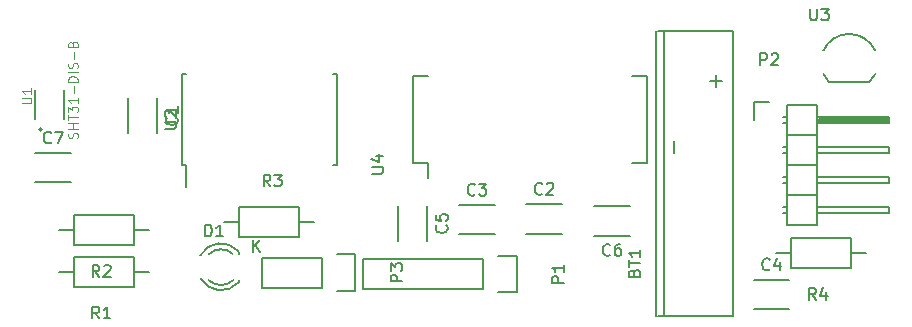
<source format=gbr>
G04 #@! TF.FileFunction,Legend,Top*
%FSLAX46Y46*%
G04 Gerber Fmt 4.6, Leading zero omitted, Abs format (unit mm)*
G04 Created by KiCad (PCBNEW 4.0.2+dfsg1-stable) date Thu 01 Dec 2016 16:17:54 GMT*
%MOMM*%
G01*
G04 APERTURE LIST*
%ADD10C,0.100000*%
%ADD11C,0.150000*%
%ADD12C,0.127000*%
%ADD13C,0.200000*%
%ADD14C,0.050000*%
G04 APERTURE END LIST*
D10*
D11*
X143744000Y-71835200D02*
X143744000Y-74835200D01*
X141244000Y-74835200D02*
X141244000Y-71835200D01*
X174984600Y-80817400D02*
X177984600Y-80817400D01*
X177984600Y-83317400D02*
X174984600Y-83317400D01*
X169295000Y-80893600D02*
X172295000Y-80893600D01*
X172295000Y-83393600D02*
X169295000Y-83393600D01*
X166604000Y-80953800D02*
X166604000Y-83953800D01*
X164104000Y-83953800D02*
X164104000Y-80953800D01*
X183739600Y-83495200D02*
X180739600Y-83495200D01*
X180739600Y-80995200D02*
X183739600Y-80995200D01*
X133404800Y-76474000D02*
X136404800Y-76474000D01*
X136404800Y-78974000D02*
X133404800Y-78974000D01*
X141757400Y-87807800D02*
X136677400Y-87807800D01*
X136677400Y-87807800D02*
X136677400Y-85267800D01*
X136677400Y-85267800D02*
X141757400Y-85267800D01*
X141757400Y-85267800D02*
X141757400Y-87807800D01*
X141757400Y-86537800D02*
X143027400Y-86537800D01*
X136677400Y-86537800D02*
X135407400Y-86537800D01*
X141782800Y-84302600D02*
X136702800Y-84302600D01*
X136702800Y-84302600D02*
X136702800Y-81762600D01*
X136702800Y-81762600D02*
X141782800Y-81762600D01*
X141782800Y-81762600D02*
X141782800Y-84302600D01*
X141782800Y-83032600D02*
X143052800Y-83032600D01*
X136702800Y-83032600D02*
X135432800Y-83032600D01*
X150672800Y-81102200D02*
X155752800Y-81102200D01*
X155752800Y-81102200D02*
X155752800Y-83642200D01*
X155752800Y-83642200D02*
X150672800Y-83642200D01*
X150672800Y-83642200D02*
X150672800Y-81102200D01*
X150672800Y-82372200D02*
X149402800Y-82372200D01*
X155752800Y-82372200D02*
X157022800Y-82372200D01*
X202438000Y-86233000D02*
X197358000Y-86233000D01*
X197358000Y-86233000D02*
X197358000Y-83693000D01*
X197358000Y-83693000D02*
X202438000Y-83693000D01*
X202438000Y-83693000D02*
X202438000Y-86233000D01*
X202438000Y-84963000D02*
X203708000Y-84963000D01*
X197358000Y-84963000D02*
X196088000Y-84963000D01*
D12*
X133370000Y-73640000D02*
X133370000Y-71140000D01*
X135870000Y-73640000D02*
X135870000Y-71140000D01*
D13*
X133940000Y-74490000D02*
G75*
G03X133940000Y-74490000I-120000J0D01*
G01*
D11*
X145825000Y-77535000D02*
X146160000Y-77535000D01*
X145825000Y-69785000D02*
X146160000Y-69785000D01*
X158975000Y-69785000D02*
X158640000Y-69785000D01*
X158975000Y-77535000D02*
X158640000Y-77535000D01*
X145825000Y-77535000D02*
X145825000Y-69785000D01*
X158975000Y-77535000D02*
X158975000Y-69785000D01*
X146160000Y-77535000D02*
X146160000Y-79335000D01*
X165345000Y-77335000D02*
X166615000Y-77335000D01*
X165345000Y-69985000D02*
X166615000Y-69985000D01*
X185175000Y-69985000D02*
X183905000Y-69985000D01*
X185175000Y-77335000D02*
X183905000Y-77335000D01*
X165345000Y-77335000D02*
X165345000Y-69985000D01*
X185175000Y-77335000D02*
X185175000Y-69985000D01*
X166615000Y-77335000D02*
X166615000Y-78620000D01*
X172593000Y-85191000D02*
X174143000Y-85191000D01*
X174143000Y-85191000D02*
X174143000Y-88291000D01*
X174143000Y-88291000D02*
X172593000Y-88291000D01*
X171323000Y-88011000D02*
X161163000Y-88011000D01*
X161163000Y-88011000D02*
X161163000Y-85471000D01*
X161163000Y-85471000D02*
X171323000Y-85471000D01*
X171323000Y-88011000D02*
X171323000Y-85471000D01*
X194229200Y-72160800D02*
X194229200Y-73710800D01*
X195529200Y-72160800D02*
X194229200Y-72160800D01*
X199720200Y-73583800D02*
X205562200Y-73583800D01*
X205562200Y-73583800D02*
X205562200Y-73837800D01*
X205562200Y-73837800D02*
X199720200Y-73837800D01*
X199720200Y-73837800D02*
X199720200Y-73710800D01*
X199720200Y-73710800D02*
X205562200Y-73710800D01*
X197053200Y-73456800D02*
X196672200Y-73456800D01*
X197053200Y-73964800D02*
X196672200Y-73964800D01*
X197053200Y-75996800D02*
X196672200Y-75996800D01*
X197053200Y-76504800D02*
X196672200Y-76504800D01*
X197053200Y-78536800D02*
X196672200Y-78536800D01*
X197053200Y-79044800D02*
X196672200Y-79044800D01*
X197053200Y-81584800D02*
X196672200Y-81584800D01*
X197053200Y-81076800D02*
X196672200Y-81076800D01*
X197053200Y-72440800D02*
X199593200Y-72440800D01*
X197053200Y-74980800D02*
X199593200Y-74980800D01*
X197053200Y-74980800D02*
X197053200Y-77520800D01*
X197053200Y-77520800D02*
X199593200Y-77520800D01*
X199593200Y-75996800D02*
X205689200Y-75996800D01*
X205689200Y-75996800D02*
X205689200Y-76504800D01*
X205689200Y-76504800D02*
X199593200Y-76504800D01*
X199593200Y-77520800D02*
X199593200Y-74980800D01*
X199593200Y-74980800D02*
X199593200Y-72440800D01*
X205689200Y-73964800D02*
X199593200Y-73964800D01*
X205689200Y-73456800D02*
X205689200Y-73964800D01*
X199593200Y-73456800D02*
X205689200Y-73456800D01*
X197053200Y-74980800D02*
X199593200Y-74980800D01*
X197053200Y-72440800D02*
X197053200Y-74980800D01*
X197053200Y-80060800D02*
X199593200Y-80060800D01*
X197053200Y-80060800D02*
X197053200Y-82600800D01*
X197053200Y-82600800D02*
X199593200Y-82600800D01*
X199593200Y-81076800D02*
X205689200Y-81076800D01*
X205689200Y-81076800D02*
X205689200Y-81584800D01*
X205689200Y-81584800D02*
X199593200Y-81584800D01*
X199593200Y-82600800D02*
X199593200Y-80060800D01*
X199593200Y-80060800D02*
X199593200Y-77520800D01*
X205689200Y-79044800D02*
X199593200Y-79044800D01*
X205689200Y-78536800D02*
X205689200Y-79044800D01*
X199593200Y-78536800D02*
X205689200Y-78536800D01*
X197053200Y-80060800D02*
X199593200Y-80060800D01*
X197053200Y-77520800D02*
X197053200Y-80060800D01*
X197053200Y-77520800D02*
X199593200Y-77520800D01*
X185953400Y-90297000D02*
X185953400Y-66167000D01*
X187477400Y-76454000D02*
X187477400Y-75438000D01*
X191541400Y-70358000D02*
X190525400Y-70358000D01*
X191033400Y-70866000D02*
X191033400Y-69850000D01*
X192430400Y-66167000D02*
X186080400Y-66167000D01*
X186588400Y-66167000D02*
X186588400Y-90297000D01*
X186080400Y-90297000D02*
X192430400Y-90297000D01*
X192430400Y-90297000D02*
X192430400Y-66167000D01*
X150617800Y-84842800D02*
X150617800Y-85042800D01*
X150617800Y-87436800D02*
X150617800Y-87256800D01*
X147390056Y-87126443D02*
G75*
G03X150617800Y-87442800I1727744J1003643D01*
G01*
X148065794Y-87255868D02*
G75*
G03X150168800Y-87256800I1052006J1133068D01*
G01*
X150605020Y-84816074D02*
G75*
G03X147367800Y-85162800I-1497220J-1306726D01*
G01*
X150131689Y-85043547D02*
G75*
G03X148083800Y-85062800I-1013889J-1079253D01*
G01*
X200123305Y-69805590D02*
G75*
G03X200611000Y-70508600I2187695J996990D01*
G01*
X204498695Y-69805590D02*
G75*
G02X204011000Y-70508600I-2187695J996990D01*
G01*
X200611000Y-70508600D02*
X204011000Y-70508600D01*
X200126121Y-67815473D02*
G75*
G02X202311000Y-66408600I2184879J-993127D01*
G01*
X204495879Y-67815473D02*
G75*
G03X202311000Y-66408600I-2184879J-993127D01*
G01*
X194237800Y-87218200D02*
X197237800Y-87218200D01*
X197237800Y-89718200D02*
X194237800Y-89718200D01*
X157657800Y-85344000D02*
X152577800Y-85344000D01*
X152577800Y-85344000D02*
X152577800Y-87884000D01*
X152577800Y-87884000D02*
X157657800Y-87884000D01*
X160477800Y-88164000D02*
X158927800Y-88164000D01*
X157657800Y-87884000D02*
X157657800Y-85344000D01*
X158927800Y-85064000D02*
X160477800Y-85064000D01*
X160477800Y-85064000D02*
X160477800Y-88164000D01*
X145351143Y-73501866D02*
X145398762Y-73549485D01*
X145446381Y-73692342D01*
X145446381Y-73787580D01*
X145398762Y-73930438D01*
X145303524Y-74025676D01*
X145208286Y-74073295D01*
X145017810Y-74120914D01*
X144874952Y-74120914D01*
X144684476Y-74073295D01*
X144589238Y-74025676D01*
X144494000Y-73930438D01*
X144446381Y-73787580D01*
X144446381Y-73692342D01*
X144494000Y-73549485D01*
X144541619Y-73501866D01*
X145446381Y-72549485D02*
X145446381Y-73120914D01*
X145446381Y-72835200D02*
X144446381Y-72835200D01*
X144589238Y-72930438D01*
X144684476Y-73025676D01*
X144732095Y-73120914D01*
X176317934Y-79924543D02*
X176270315Y-79972162D01*
X176127458Y-80019781D01*
X176032220Y-80019781D01*
X175889362Y-79972162D01*
X175794124Y-79876924D01*
X175746505Y-79781686D01*
X175698886Y-79591210D01*
X175698886Y-79448352D01*
X175746505Y-79257876D01*
X175794124Y-79162638D01*
X175889362Y-79067400D01*
X176032220Y-79019781D01*
X176127458Y-79019781D01*
X176270315Y-79067400D01*
X176317934Y-79115019D01*
X176698886Y-79115019D02*
X176746505Y-79067400D01*
X176841743Y-79019781D01*
X177079839Y-79019781D01*
X177175077Y-79067400D01*
X177222696Y-79115019D01*
X177270315Y-79210257D01*
X177270315Y-79305495D01*
X177222696Y-79448352D01*
X176651267Y-80019781D01*
X177270315Y-80019781D01*
X170628334Y-80000743D02*
X170580715Y-80048362D01*
X170437858Y-80095981D01*
X170342620Y-80095981D01*
X170199762Y-80048362D01*
X170104524Y-79953124D01*
X170056905Y-79857886D01*
X170009286Y-79667410D01*
X170009286Y-79524552D01*
X170056905Y-79334076D01*
X170104524Y-79238838D01*
X170199762Y-79143600D01*
X170342620Y-79095981D01*
X170437858Y-79095981D01*
X170580715Y-79143600D01*
X170628334Y-79191219D01*
X170961667Y-79095981D02*
X171580715Y-79095981D01*
X171247381Y-79476933D01*
X171390239Y-79476933D01*
X171485477Y-79524552D01*
X171533096Y-79572171D01*
X171580715Y-79667410D01*
X171580715Y-79905505D01*
X171533096Y-80000743D01*
X171485477Y-80048362D01*
X171390239Y-80095981D01*
X171104524Y-80095981D01*
X171009286Y-80048362D01*
X170961667Y-80000743D01*
X168211143Y-82620466D02*
X168258762Y-82668085D01*
X168306381Y-82810942D01*
X168306381Y-82906180D01*
X168258762Y-83049038D01*
X168163524Y-83144276D01*
X168068286Y-83191895D01*
X167877810Y-83239514D01*
X167734952Y-83239514D01*
X167544476Y-83191895D01*
X167449238Y-83144276D01*
X167354000Y-83049038D01*
X167306381Y-82906180D01*
X167306381Y-82810942D01*
X167354000Y-82668085D01*
X167401619Y-82620466D01*
X167306381Y-81715704D02*
X167306381Y-82191895D01*
X167782571Y-82239514D01*
X167734952Y-82191895D01*
X167687333Y-82096657D01*
X167687333Y-81858561D01*
X167734952Y-81763323D01*
X167782571Y-81715704D01*
X167877810Y-81668085D01*
X168115905Y-81668085D01*
X168211143Y-81715704D01*
X168258762Y-81763323D01*
X168306381Y-81858561D01*
X168306381Y-82096657D01*
X168258762Y-82191895D01*
X168211143Y-82239514D01*
X182072934Y-85102343D02*
X182025315Y-85149962D01*
X181882458Y-85197581D01*
X181787220Y-85197581D01*
X181644362Y-85149962D01*
X181549124Y-85054724D01*
X181501505Y-84959486D01*
X181453886Y-84769010D01*
X181453886Y-84626152D01*
X181501505Y-84435676D01*
X181549124Y-84340438D01*
X181644362Y-84245200D01*
X181787220Y-84197581D01*
X181882458Y-84197581D01*
X182025315Y-84245200D01*
X182072934Y-84292819D01*
X182930077Y-84197581D02*
X182739600Y-84197581D01*
X182644362Y-84245200D01*
X182596743Y-84292819D01*
X182501505Y-84435676D01*
X182453886Y-84626152D01*
X182453886Y-85007105D01*
X182501505Y-85102343D01*
X182549124Y-85149962D01*
X182644362Y-85197581D01*
X182834839Y-85197581D01*
X182930077Y-85149962D01*
X182977696Y-85102343D01*
X183025315Y-85007105D01*
X183025315Y-84769010D01*
X182977696Y-84673771D01*
X182930077Y-84626152D01*
X182834839Y-84578533D01*
X182644362Y-84578533D01*
X182549124Y-84626152D01*
X182501505Y-84673771D01*
X182453886Y-84769010D01*
X134738134Y-75581143D02*
X134690515Y-75628762D01*
X134547658Y-75676381D01*
X134452420Y-75676381D01*
X134309562Y-75628762D01*
X134214324Y-75533524D01*
X134166705Y-75438286D01*
X134119086Y-75247810D01*
X134119086Y-75104952D01*
X134166705Y-74914476D01*
X134214324Y-74819238D01*
X134309562Y-74724000D01*
X134452420Y-74676381D01*
X134547658Y-74676381D01*
X134690515Y-74724000D01*
X134738134Y-74771619D01*
X135071467Y-74676381D02*
X135738134Y-74676381D01*
X135309562Y-75676381D01*
X138801814Y-90490301D02*
X138468480Y-90014110D01*
X138230385Y-90490301D02*
X138230385Y-89490301D01*
X138611338Y-89490301D01*
X138706576Y-89537920D01*
X138754195Y-89585539D01*
X138801814Y-89680777D01*
X138801814Y-89823634D01*
X138754195Y-89918872D01*
X138706576Y-89966491D01*
X138611338Y-90014110D01*
X138230385Y-90014110D01*
X139754195Y-90490301D02*
X139182766Y-90490301D01*
X139468480Y-90490301D02*
X139468480Y-89490301D01*
X139373242Y-89633158D01*
X139278004Y-89728396D01*
X139182766Y-89776015D01*
X138827214Y-86985101D02*
X138493880Y-86508910D01*
X138255785Y-86985101D02*
X138255785Y-85985101D01*
X138636738Y-85985101D01*
X138731976Y-86032720D01*
X138779595Y-86080339D01*
X138827214Y-86175577D01*
X138827214Y-86318434D01*
X138779595Y-86413672D01*
X138731976Y-86461291D01*
X138636738Y-86508910D01*
X138255785Y-86508910D01*
X139208166Y-86080339D02*
X139255785Y-86032720D01*
X139351023Y-85985101D01*
X139589119Y-85985101D01*
X139684357Y-86032720D01*
X139731976Y-86080339D01*
X139779595Y-86175577D01*
X139779595Y-86270815D01*
X139731976Y-86413672D01*
X139160547Y-86985101D01*
X139779595Y-86985101D01*
X153295054Y-79324461D02*
X152961720Y-78848270D01*
X152723625Y-79324461D02*
X152723625Y-78324461D01*
X153104578Y-78324461D01*
X153199816Y-78372080D01*
X153247435Y-78419699D01*
X153295054Y-78514937D01*
X153295054Y-78657794D01*
X153247435Y-78753032D01*
X153199816Y-78800651D01*
X153104578Y-78848270D01*
X152723625Y-78848270D01*
X153628387Y-78324461D02*
X154247435Y-78324461D01*
X153914101Y-78705413D01*
X154056959Y-78705413D01*
X154152197Y-78753032D01*
X154199816Y-78800651D01*
X154247435Y-78895890D01*
X154247435Y-79133985D01*
X154199816Y-79229223D01*
X154152197Y-79276842D01*
X154056959Y-79324461D01*
X153771244Y-79324461D01*
X153676006Y-79276842D01*
X153628387Y-79229223D01*
X199482414Y-88915501D02*
X199149080Y-88439310D01*
X198910985Y-88915501D02*
X198910985Y-87915501D01*
X199291938Y-87915501D01*
X199387176Y-87963120D01*
X199434795Y-88010739D01*
X199482414Y-88105977D01*
X199482414Y-88248834D01*
X199434795Y-88344072D01*
X199387176Y-88391691D01*
X199291938Y-88439310D01*
X198910985Y-88439310D01*
X200339557Y-88248834D02*
X200339557Y-88915501D01*
X200101461Y-87867882D02*
X199863366Y-88582168D01*
X200482414Y-88582168D01*
D14*
X132273905Y-72267524D02*
X132921524Y-72267524D01*
X132997714Y-72229429D01*
X133035810Y-72191333D01*
X133073905Y-72115143D01*
X133073905Y-71962762D01*
X133035810Y-71886571D01*
X132997714Y-71848476D01*
X132921524Y-71810381D01*
X132273905Y-71810381D01*
X133073905Y-71010381D02*
X133073905Y-71467524D01*
X133073905Y-71238953D02*
X132273905Y-71238953D01*
X132388190Y-71315143D01*
X132464381Y-71391334D01*
X132502476Y-71467524D01*
X136935810Y-75226190D02*
X136973905Y-75111904D01*
X136973905Y-74921428D01*
X136935810Y-74845238D01*
X136897714Y-74807142D01*
X136821524Y-74769047D01*
X136745333Y-74769047D01*
X136669143Y-74807142D01*
X136631048Y-74845238D01*
X136592952Y-74921428D01*
X136554857Y-75073809D01*
X136516762Y-75150000D01*
X136478667Y-75188095D01*
X136402476Y-75226190D01*
X136326286Y-75226190D01*
X136250095Y-75188095D01*
X136212000Y-75150000D01*
X136173905Y-75073809D01*
X136173905Y-74883333D01*
X136212000Y-74769047D01*
X136973905Y-74426190D02*
X136173905Y-74426190D01*
X136554857Y-74426190D02*
X136554857Y-73969047D01*
X136973905Y-73969047D02*
X136173905Y-73969047D01*
X136173905Y-73702381D02*
X136173905Y-73245238D01*
X136973905Y-73473809D02*
X136173905Y-73473809D01*
X136173905Y-73054761D02*
X136173905Y-72559523D01*
X136478667Y-72826190D01*
X136478667Y-72711904D01*
X136516762Y-72635714D01*
X136554857Y-72597618D01*
X136631048Y-72559523D01*
X136821524Y-72559523D01*
X136897714Y-72597618D01*
X136935810Y-72635714D01*
X136973905Y-72711904D01*
X136973905Y-72940476D01*
X136935810Y-73016666D01*
X136897714Y-73054761D01*
X136973905Y-71797618D02*
X136973905Y-72254761D01*
X136973905Y-72026190D02*
X136173905Y-72026190D01*
X136288190Y-72102380D01*
X136364381Y-72178571D01*
X136402476Y-72254761D01*
X136669143Y-71454761D02*
X136669143Y-70845237D01*
X136973905Y-70464285D02*
X136173905Y-70464285D01*
X136173905Y-70273809D01*
X136212000Y-70159523D01*
X136288190Y-70083332D01*
X136364381Y-70045237D01*
X136516762Y-70007142D01*
X136631048Y-70007142D01*
X136783429Y-70045237D01*
X136859619Y-70083332D01*
X136935810Y-70159523D01*
X136973905Y-70273809D01*
X136973905Y-70464285D01*
X136973905Y-69664285D02*
X136173905Y-69664285D01*
X136935810Y-69321428D02*
X136973905Y-69207142D01*
X136973905Y-69016666D01*
X136935810Y-68940476D01*
X136897714Y-68902380D01*
X136821524Y-68864285D01*
X136745333Y-68864285D01*
X136669143Y-68902380D01*
X136631048Y-68940476D01*
X136592952Y-69016666D01*
X136554857Y-69169047D01*
X136516762Y-69245238D01*
X136478667Y-69283333D01*
X136402476Y-69321428D01*
X136326286Y-69321428D01*
X136250095Y-69283333D01*
X136212000Y-69245238D01*
X136173905Y-69169047D01*
X136173905Y-68978571D01*
X136212000Y-68864285D01*
X136669143Y-68521428D02*
X136669143Y-67911904D01*
X136554857Y-67264285D02*
X136592952Y-67149999D01*
X136631048Y-67111904D01*
X136707238Y-67073809D01*
X136821524Y-67073809D01*
X136897714Y-67111904D01*
X136935810Y-67149999D01*
X136973905Y-67226190D01*
X136973905Y-67530952D01*
X136173905Y-67530952D01*
X136173905Y-67264285D01*
X136212000Y-67188095D01*
X136250095Y-67149999D01*
X136326286Y-67111904D01*
X136402476Y-67111904D01*
X136478667Y-67149999D01*
X136516762Y-67188095D01*
X136554857Y-67264285D01*
X136554857Y-67530952D01*
D11*
X144352381Y-74421905D02*
X145161905Y-74421905D01*
X145257143Y-74374286D01*
X145304762Y-74326667D01*
X145352381Y-74231429D01*
X145352381Y-74040952D01*
X145304762Y-73945714D01*
X145257143Y-73898095D01*
X145161905Y-73850476D01*
X144352381Y-73850476D01*
X144447619Y-73421905D02*
X144400000Y-73374286D01*
X144352381Y-73279048D01*
X144352381Y-73040952D01*
X144400000Y-72945714D01*
X144447619Y-72898095D01*
X144542857Y-72850476D01*
X144638095Y-72850476D01*
X144780952Y-72898095D01*
X145352381Y-73469524D01*
X145352381Y-72850476D01*
X161872381Y-78231905D02*
X162681905Y-78231905D01*
X162777143Y-78184286D01*
X162824762Y-78136667D01*
X162872381Y-78041429D01*
X162872381Y-77850952D01*
X162824762Y-77755714D01*
X162777143Y-77708095D01*
X162681905Y-77660476D01*
X161872381Y-77660476D01*
X162205714Y-76755714D02*
X162872381Y-76755714D01*
X161824762Y-76993810D02*
X162539048Y-77231905D01*
X162539048Y-76612857D01*
X178145381Y-87479095D02*
X177145381Y-87479095D01*
X177145381Y-87098142D01*
X177193000Y-87002904D01*
X177240619Y-86955285D01*
X177335857Y-86907666D01*
X177478714Y-86907666D01*
X177573952Y-86955285D01*
X177621571Y-87002904D01*
X177669190Y-87098142D01*
X177669190Y-87479095D01*
X178145381Y-85955285D02*
X178145381Y-86526714D01*
X178145381Y-86241000D02*
X177145381Y-86241000D01*
X177288238Y-86336238D01*
X177383476Y-86431476D01*
X177431095Y-86526714D01*
X194791105Y-69063181D02*
X194791105Y-68063181D01*
X195172058Y-68063181D01*
X195267296Y-68110800D01*
X195314915Y-68158419D01*
X195362534Y-68253657D01*
X195362534Y-68396514D01*
X195314915Y-68491752D01*
X195267296Y-68539371D01*
X195172058Y-68586990D01*
X194791105Y-68586990D01*
X195743486Y-68158419D02*
X195791105Y-68110800D01*
X195886343Y-68063181D01*
X196124439Y-68063181D01*
X196219677Y-68110800D01*
X196267296Y-68158419D01*
X196314915Y-68253657D01*
X196314915Y-68348895D01*
X196267296Y-68491752D01*
X195695867Y-69063181D01*
X196314915Y-69063181D01*
X184103971Y-86637714D02*
X184151590Y-86494857D01*
X184199210Y-86447238D01*
X184294448Y-86399619D01*
X184437305Y-86399619D01*
X184532543Y-86447238D01*
X184580162Y-86494857D01*
X184627781Y-86590095D01*
X184627781Y-86971048D01*
X183627781Y-86971048D01*
X183627781Y-86637714D01*
X183675400Y-86542476D01*
X183723019Y-86494857D01*
X183818257Y-86447238D01*
X183913495Y-86447238D01*
X184008733Y-86494857D01*
X184056352Y-86542476D01*
X184103971Y-86637714D01*
X184103971Y-86971048D01*
X183627781Y-86113905D02*
X183627781Y-85542476D01*
X184627781Y-85828191D02*
X183627781Y-85828191D01*
X184627781Y-84685333D02*
X184627781Y-85256762D01*
X184627781Y-84971048D02*
X183627781Y-84971048D01*
X183770638Y-85066286D01*
X183865876Y-85161524D01*
X183913495Y-85256762D01*
X147770705Y-83549181D02*
X147770705Y-82549181D01*
X148008800Y-82549181D01*
X148151658Y-82596800D01*
X148246896Y-82692038D01*
X148294515Y-82787276D01*
X148342134Y-82977752D01*
X148342134Y-83120610D01*
X148294515Y-83311086D01*
X148246896Y-83406324D01*
X148151658Y-83501562D01*
X148008800Y-83549181D01*
X147770705Y-83549181D01*
X149294515Y-83549181D02*
X148723086Y-83549181D01*
X149008800Y-83549181D02*
X149008800Y-82549181D01*
X148913562Y-82692038D01*
X148818324Y-82787276D01*
X148723086Y-82834895D01*
X151846895Y-84869181D02*
X151846895Y-83869181D01*
X152418324Y-84869181D02*
X151989752Y-84297752D01*
X152418324Y-83869181D02*
X151846895Y-84440610D01*
X199009095Y-64260981D02*
X199009095Y-65070505D01*
X199056714Y-65165743D01*
X199104333Y-65213362D01*
X199199571Y-65260981D01*
X199390048Y-65260981D01*
X199485286Y-65213362D01*
X199532905Y-65165743D01*
X199580524Y-65070505D01*
X199580524Y-64260981D01*
X199961476Y-64260981D02*
X200580524Y-64260981D01*
X200247190Y-64641933D01*
X200390048Y-64641933D01*
X200485286Y-64689552D01*
X200532905Y-64737171D01*
X200580524Y-64832410D01*
X200580524Y-65070505D01*
X200532905Y-65165743D01*
X200485286Y-65213362D01*
X200390048Y-65260981D01*
X200104333Y-65260981D01*
X200009095Y-65213362D01*
X199961476Y-65165743D01*
X195571134Y-86325343D02*
X195523515Y-86372962D01*
X195380658Y-86420581D01*
X195285420Y-86420581D01*
X195142562Y-86372962D01*
X195047324Y-86277724D01*
X194999705Y-86182486D01*
X194952086Y-85992010D01*
X194952086Y-85849152D01*
X194999705Y-85658676D01*
X195047324Y-85563438D01*
X195142562Y-85468200D01*
X195285420Y-85420581D01*
X195380658Y-85420581D01*
X195523515Y-85468200D01*
X195571134Y-85515819D01*
X196428277Y-85753914D02*
X196428277Y-86420581D01*
X196190181Y-85372962D02*
X195952086Y-86087248D01*
X196571134Y-86087248D01*
X164480181Y-87352095D02*
X163480181Y-87352095D01*
X163480181Y-86971142D01*
X163527800Y-86875904D01*
X163575419Y-86828285D01*
X163670657Y-86780666D01*
X163813514Y-86780666D01*
X163908752Y-86828285D01*
X163956371Y-86875904D01*
X164003990Y-86971142D01*
X164003990Y-87352095D01*
X163480181Y-86447333D02*
X163480181Y-85828285D01*
X163861133Y-86161619D01*
X163861133Y-86018761D01*
X163908752Y-85923523D01*
X163956371Y-85875904D01*
X164051610Y-85828285D01*
X164289705Y-85828285D01*
X164384943Y-85875904D01*
X164432562Y-85923523D01*
X164480181Y-86018761D01*
X164480181Y-86304476D01*
X164432562Y-86399714D01*
X164384943Y-86447333D01*
M02*

</source>
